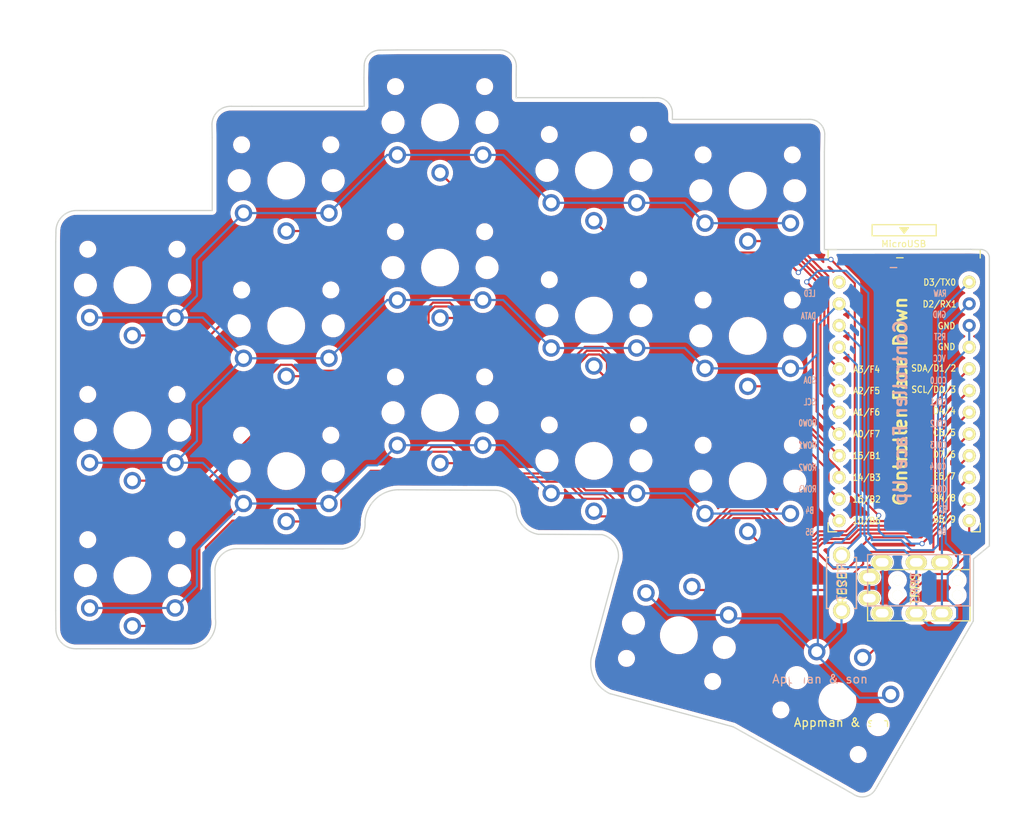
<source format=kicad_pcb>
(kicad_pcb (version 20211014) (generator pcbnew)
  (title_block (title "Ferris_Sweep_Compact") (date "2020-09-03") (rev "0.1") (company "BroomLabs"))
  (layers (0 "F.Cu" signal) (31 "B.Cu" signal) (34 "B.Paste" user) (35 "F.Paste" user) (36 "B.SilkS" user "B.Silkscreen") (37 "F.SilkS" user "F.Silkscreen") (38 "B.Mask" user) (39 "F.Mask" user) (44 "Edge.Cuts" user))
  (net 0 "")
  (net 1 "row0")
  (net 2 "row1")
  (net 3 "row2")
  (net 4 "row3")
  (net 5 "GND")
  (net 6 "VCC")
  (net 7 "col0")
  (net 8 "col1")
  (net 9 "col2")
  (net 10 "col3")
  (net 11 "col4")
  (net 12 "col5")
  (net 13 "LED")
  (net 14 "data")
  (net 15 "reset")
  (net 16 "SCL")
  (net 17 "SDA")
  (net 18 "Net-(U1-Pad24)")
  (net 19 "Net-(J1-PadA)")
  (net 20 "Net-(U1-Pad14)")
  (net 21 "Net-(U1-Pad13)")
  (net 22 "Net-(U1-Pad12)")
  (net 23 "Net-(U1-Pad11)")
  (footprint "Kailh:SW_PG1350_reversible_b2" (layer "F.Cu") (at 44 42.77)
    (fp_text reference "SW2" hide)
    (fp_text value "SW_PUSH" hide)
  )
  (footprint "Kailh:SW_PG1350_reversible_b2" (layer "F.Cu") (at 62 30.54)
    (fp_text reference "SW3" hide)
    (fp_text value "SW_PUSH" hide)
  )
  (footprint "Kailh:SW_PG1350_reversible_b2" (layer "F.Cu") (at 80 23.73)
    (fp_text reference "SW4" hide)
    (fp_text value "SW_PUSH" hide)
  )
  (footprint "Kailh:SW_PG1350_reversible_b2" (layer "F.Cu") (at 98 29.34)
    (fp_text reference "SW5" hide)
    (fp_text value "SW_PUSH" hide)
  )
  (footprint "Kailh:SW_PG1350_reversible_b2" (layer "F.Cu") (at 116 31.72)
    (fp_text reference "SW6" hide)
    (fp_text value "SW_PUSH" hide)
  )
  (footprint "Kailh:SW_PG1350_reversible_b2" (layer "F.Cu") (at 44 59.77)
    (fp_text reference "SW8" hide)
    (fp_text value "SW_PUSH" hide)
  )
  (footprint "Kailh:SW_PG1350_reversible_b2" (layer "F.Cu") (at 62 47.54)
    (fp_text reference "SW9" hide)
    (fp_text value "SW_PUSH" hide)
  )
  (footprint "Kailh:SW_PG1350_reversible_b2" (layer "F.Cu") (at 80 40.72)
    (fp_text reference "SW10" hide)
    (fp_text value "SW_PUSH" hide)
  )
  (footprint "Kailh:SW_PG1350_reversible_b2" (layer "F.Cu") (at 98 46.34)
    (fp_text reference "SW11" hide)
    (fp_text value "SW_PUSH" hide)
  )
  (footprint "Kailh:SW_PG1350_reversible_b2" (layer "F.Cu") (at 116 48.72)
    (fp_text reference "SW12" hide)
    (fp_text value "SW_PUSH" hide)
  )
  (footprint "Kailh:SW_PG1350_reversible_b2" (layer "F.Cu") (at 44 76.775)
    (fp_text reference "SW14" hide)
    (fp_text value "SW_PUSH" hide)
  )
  (footprint "Kailh:SW_PG1350_reversible_b2" (layer "F.Cu") (at 62 64.545)
    (fp_text reference "SW15" hide)
    (fp_text value "SW_PUSH" hide)
  )
  (footprint "Kailh:SW_PG1350_reversible_b2" (layer "F.Cu") (at 80 57.72)
    (fp_text reference "SW16" hide)
    (fp_text value "SW_PUSH" hide)
  )
  (footprint "Kailh:SW_PG1350_reversible_b2" (layer "F.Cu") (at 98 63.345)
    (fp_text reference "SW17" hide)
    (fp_text value "SW_PUSH" hide)
  )
  (footprint "Kailh:SW_PG1350_reversible_b2" (layer "F.Cu") (at 116 65.72)
    (fp_text reference "SW18" hide)
    (fp_text value "SW_PUSH" hide)
  )
  (footprint "kbd:ProMicro_v3" (layer "F.Cu") (at 134.3 56.9)
    (fp_text reference "U1" hide)
    (fp_text value "ProMicro" hide)
  )
  (footprint "foostan:ResetSW" (layer "F.Cu") (at 126.97 77.64 90)
    (fp_text reference "RSW1" hide)
    (fp_text value "Val**")
  )
  (footprint "kbd:MJ-4PP-9" (layer "F.Cu") (at 142.02 79.08 -90)
    (fp_text reference "J1")
    (fp_text value "MJ-4PP-9" hide)
  )
  (footprint "Kailh:SW_PG1350_reversible_b2" (layer "B.Cu") (at 107.94 83.77 -15)
    (fp_text reference "SW20" hide)
    (fp_text value "SW_PUSH" hide)
  )
  (footprint "Kailh:SW_PG1350_reversible_b2" (layer "B.Cu") (at 126.5 91.48 -30)
    (fp_text reference "SW21" hide)
    (fp_text value "SW_PUSH" hide)
  )
  (gr_line (start 35.0266 37.6936) (end 35.0266 80.899) (layer "Edge.Cuts") (width 0.15))
  (gr_line (start 131.445 100.9396) (end 130.933006 101.824182) (layer "Edge.Cuts") (width 0.15))
  (gr_line (start 128.5494 102.489) (end 127 101.6) (layer "Edge.Cuts") (width 0.15))
  (gr_line (start 144.272 40.4368) (end 144.272 39.4716) (layer "Edge.Cuts") (width 0.15))
  (gr_line (start 142.0368 38.5826) (end 143.165039 38.600668) (layer "Edge.Cuts") (width 0.15))
  (gr_line (start 107.188 23.368) (end 107.187471 22.650483) (layer "Edge.Cuts") (width 0.15))
  (gr_line (start 103.7336 20.828) (end 105.2068 20.828) (layer "Edge.Cuts") (width 0.15))
  (gr_line (start 88.9 18.1864) (end 88.922598 17.169656) (layer "Edge.Cuts") (width 0.15))
  (gr_line (start 85.1408 15.24) (end 87.0458 15.24) (layer "Edge.Cuts") (width 0.15))
  (gr_line (start 72.9742 15.2654) (end 75.0062 15.24) (layer "Edge.Cuts") (width 0.15))
  (gr_line (start 71.120493 17.044786) (end 71.0946 18.4912) (layer "Edge.Cuts") (width 0.15))
  (gr_line (start 53.34 25.527) (end 53.312529 23.918251) (layer "Edge.Cuts") (width 0.15))
  (gr_line (start 55.6006 21.844) (end 57.9628 21.844) (layer "Edge.Cuts") (width 0.15))
  (gr_line (start 37.5158 34.036) (end 38.862 34.036) (layer "Edge.Cuts") (width 0.15))
  (gr_line (start 37.469376 85.342826) (end 39.0652 85.344) (layer "Edge.Cuts") (width 0.15))
  (gr_line (start 35.0266 80.899) (end 35.052 82.9564) (layer "Edge.Cuts") (width 0.15))
  (gr_line (start 35.0266 37.6936) (end 35.054813 36.594183) (layer "Edge.Cuts") (width 0.15))
  (gr_line (start 142.4178 74.8284) (end 144.272 73.3044) (layer "Edge.Cuts") (width 0.15))
  (gr_line (start 142.4178 74.8284) (end 142.3924 82.0928) (layer "Edge.Cuts") (width 0.15))
  (gr_line (start 125.005479 25.086368) (end 124.968 27.2034) (layer "Edge.Cuts") (width 0.15))
  (gr_line (start 123.1646 23.368) (end 122.1486 23.368) (layer "Edge.Cuts") (width 0.15))
  (gr_arc (start 71.215279 70.506884) (mid 72.429419 67.837624) (end 75.145268 66.731616) (layer "Edge.Cuts") (width 0.15))
  (gr_line (start 97.684337 86.428421) (end 100.663626 75.478094) (layer "Edge.Cuts") (width 0.15))
  (gr_line (start 122.1486 23.368) (end 107.188 23.368) (layer "Edge.Cuts") (width 0.15))
  (gr_line (start 85.1408 15.24) (end 75.0062 15.24) (layer "Edge.Cuts") (width 0.15))
  (gr_line (start 103.7336 20.828) (end 88.9 20.828) (layer "Edge.Cuts") (width 0.15))
  (gr_arc (start 143.165039 38.600668) (mid 143.89126 38.81658) (end 144.272 39.4716) (layer "Edge.Cuts") (width 0.15))
  (gr_arc (start 123.1646 23.368) (mid 124.444144 23.842478) (end 125.005479 25.086368) (layer "Edge.Cuts") (width 0.15))
  (gr_line (start 144.272 73.3044) (end 144.272 40.4368) (layer "Edge.Cuts") (width 0.15))
  (gr_arc (start 91.463521 71.943253) (mid 89.782455 71.052702) (end 88.927711 69.352067) (layer "Edge.Cuts") (width 0.15))
  (gr_line (start 142.0368 38.5826) (end 124.968 38.608) (layer "Edge.Cuts") (width 0.15))
  (gr_line (start 71.0946 18.4912) (end 71.12 21.844) (layer "Edge.Cuts") (width 0.15))
  (gr_line (start 86.48628 66.797685) (end 75.145268 66.731616) (layer "Edge.Cuts") (width 0.15))
  (gr_arc (start 130.933006 101.824182) (mid 129.872915 102.628824) (end 128.5494 102.489) (layer "Edge.Cuts") (width 0.15))
  (gr_arc (start 37.469376 85.342826) (mid 35.738675 84.678396) (end 35.052 82.9564) (layer "Edge.Cuts") (width 0.15))
  (gr_arc (start 99.864642 90.6) (mid 98.067039 88.885875) (end 97.684337 86.428421) (layer "Edge.Cuts") (width 0.15))
  (gr_arc (start 53.664551 76.172621) (mid 54.4085 74.37657) (end 56.204551 73.632621) (layer "Edge.Cuts") (width 0.15))
  (gr_line (start 71.12 21.844) (end 57.9628 21.844) (layer "Edge.Cuts") (width 0.15))
  (gr_arc (start 105.2068 20.828) (mid 106.59697 21.304702) (end 107.187471 22.650483) (layer "Edge.Cuts") (width 0.15))
  (gr_arc (start 71.120493 17.044786) (mid 71.682241 15.774738) (end 72.9742 15.2654) (layer "Edge.Cuts") (width 0.15))
  (gr_arc (start 98.958634 71.982912) (mid 100.61445 73.338633) (end 100.663626 75.478094) (layer "Edge.Cuts") (width 0.15))
  (gr_line (start 53.664551 76.172621) (end 53.717521 81.849374) (layer "Edge.Cuts") (width 0.15))
  (gr_arc (start 71.215279 70.506884) (mid 70.539891 72.620216) (end 68.58 73.66) (layer "Edge.Cuts") (width 0.15))
  (gr_line (start 124.968 38.608) (end 124.968 27.2034) (layer "Edge.Cuts") (width 0.15))
  (gr_arc (start 87.0458 15.24) (mid 88.376019 15.823741) (end 88.922598 17.169656) (layer "Edge.Cuts") (width 0.15))
  (gr_line (start 53.34 34.036) (end 38.862 34.036) (layer "Edge.Cuts") (width 0.15))
  (gr_arc (start 53.717521 81.849374) (mid 52.965536 84.323293) (end 50.595816 85.357791) (layer "Edge.Cuts") (width 0.15))
  (gr_line (start 68.58 73.66) (end 56.204551 73.632621) (layer "Edge.Cuts") (width 0.15))
  (gr_line (start 53.34 25.527) (end 53.34 34.036) (layer "Edge.Cuts") (width 0.15))
  (gr_line (start 131.445 100.9396) (end 142.3924 82.0928) (layer "Edge.Cuts") (width 0.15))
  (gr_line (start 114.3 94.488) (end 127 101.6) (layer "Edge.Cuts") (width 0.15))
  (gr_arc (start 86.48628 66.797685) (mid 88.221075 67.583528) (end 88.927711 69.352067) (layer "Edge.Cuts") (width 0.15))
  (gr_line (start 88.9 20.828) (end 88.9 18.1864) (layer "Edge.Cuts") (width 0.15))
  (gr_line (start 39.0652 85.344) (end 50.595816 85.357791) (layer "Edge.Cuts") (width 0.15))
  (gr_arc (start 53.312529 23.918251) (mid 54.021019 22.400683) (end 55.6006 21.844) (layer "Edge.Cuts") (width 0.15))
  (gr_arc (start 35.054813 36.594183) (mid 35.733037 34.783805) (end 37.5158 34.036) (layer "Edge.Cuts") (width 0.15))
  (gr_line (start 99.864642 90.6) (end 114.3 94.488) (layer "Edge.Cuts") (width 0.15))
  (gr_line (start 98.958634 71.982912) (end 91.463521 71.943253) (layer "Edge.Cuts") (width 0.15))
  (gr_text "Controller Face Up" (at 133.858 57.658 90) (layer "B.SilkS") (effects (font (size 1.5 1.5) (thickness 0.3)) (justify mirror)))
  (gr_text "Appman & son" (at 124.46 88.9) (layer "B.SilkS") (effects (font (size 1 1))))
  (gr_text "Appman & son" (at 127 93.98) (layer "F.SilkS") (effects (font (size 1 1))))
  (gr_text "Controller Face Down" (at 133.858 56.388 90) (layer "F.SilkS") (effects (font (size 1.5 1.5) (thickness 0.3))))
  (segment (start 138.599982 60.973418) (end 141.9114 57.662) (width 0.25) (layer "F.Cu") (net 1))
  (segment (start 99.034703 67.788681) (end 101.475011 70.228989) (width 0.25) (layer "F.Cu") (net 1))
  (segment (start 138.599982 68.536429) (end 138.599982 60.973418) (width 0.25) (layer "F.Cu") (net 1))
  (segment (start 114.1648 69.612702) (end 117.57827 69.612702) (width 0.25) (layer "F.Cu") (net 1))
  (segment (start 121.01559 73.050022) (end 124.013567 73.050022) (width 0.25) (layer "F.Cu") (net 1))
  (segment (start 94.73918 65.786) (end 96.741861 67.788681) (width 0.25) (layer "F.Cu") (net 1))
  (segment (start 135.7364 71.400011) (end 138.599982 68.536429) (width 0.25) (layer "F.Cu") (net 1))
  (segment (start 96.741861 67.788681) (end 99.034703 67.788681) (width 0.25) (layer "F.Cu") (net 1))
  (segment (start 108.987233 72.133987) (end 111.643515 72.133987) (width 0.25) (layer "F.Cu") (net 1))
  (segment (start 117.57827 69.612702) (end 121.01559 73.050022) (width 0.25) (layer "F.Cu") (net 1))
  (segment (start 83.483981 65.360019) (end 83.909962 65.786) (width 0.25) (layer "F.Cu") (net 1))
  (segment (start 107.082235 70.228989) (end 108.987233 72.133987) (width 0.25) (layer "F.Cu") (net 1))
  (segment (start 111.643515 72.133987) (end 114.1648 69.612702) (width 0.25) (layer "F.Cu") (net 1))
  (segment (start 81.90518 63.62) (end 83.48398 65.1988) (width 0.25) (layer "F.Cu") (net 1))
  (segment (start 124.563589 72.5) (end 127.86359 72.5) (width 0.25) (layer "F.Cu") (net 1))
  (segment (start 80 63.62) (end 81.90518 63.62) (width 0.25) (layer "F.Cu") (net 1))
  (segment (start 128.963579 71.400011) (end 135.7364 71.400011) (width 0.25) (layer "F.Cu") (net 1))
  (segment (start 124.013567 73.050022) (end 124.563589 72.5) (width 0.25) (layer "F.Cu") (net 1))
  (segment (start 101.475011 70.228989) (end 107.082235 70.228989) (width 0.25) (layer "F.Cu") (net 1))
  (segment (start 83.909962 65.786) (end 94.73918 65.786) (width 0.25) (layer "F.Cu") (net 1))
  (segment (start 83.48398 65.1988) (end 83.483981 65.360019) (width 0.25) (layer "F.Cu") (net 1))
  (segment (start 127.86359 72.5) (end 128.963579 71.400011) (width 0.25) (layer "F.Cu") (net 1))
  (segment (start 139.049992 68.927188) (end 139.049992 63.063408) (width 0.25) (layer "F.Cu") (net 2))
  (segment (start 111.961718 72.706194) (end 113.034956 71.632956) (width 0.25) (layer "F.Cu") (net 2))
  (segment (start 136.127158 71.850022) (end 139.049992 68.927188) (width 0.25) (layer "F.Cu") (net 2))
  (segment (start 101.288611 70.678999) (end 106.895835 70.678999) (width 0.25) (layer "F.Cu") (net 2))
  (segment (start 129.149979 71.850022) (end 136.127158 71.850022) (width 0.25) (layer "F.Cu") (net 2))
  (segment (start 100.459612 69.85) (end 101.288611 70.678999) (width 0.25) (layer "F.Cu") (net 2))
  (segment (start 120.829189 73.500031) (end 121.317965 73.500031) (width 0.25) (layer "F.Cu") (net 2))
  (segment (start 124.749989 72.950011) (end 128.04999 72.950011) (width 0.25) (layer "F.Cu") (net 2))
  (segment (start 98.605 69.85) (end 100.459612 69.85) (width 0.25) (layer "F.Cu") (net 2))
  (segment (start 114.3512 70.062712) (end 117.39187 70.062712) (width 0.25) (layer "F.Cu") (net 2))
  (segment (start 121.317967 73.500033) (end 124.199967 73.500033) (width 0.25) (layer "F.Cu") (net 2))
  (segment (start 121.317965 73.500031) (end 121.317967 73.500033) (width 0.25) (layer "F.Cu") (net 2))
  (segment (start 117.39187 70.062712) (end 120.829189 73.500031) (width 0.25) (layer "F.Cu") (net 2))
  (segment (start 106.895835 70.678999) (end 108.92303 72.706194) (width 0.25) (layer "F.Cu") (net 2))
  (segment (start 139.049992 63.063408) (end 141.9114 60.202) (width 0.25) (layer "F.Cu") (net 2))
  (segment (start 113.034956 71.632956) (end 113.034956 71.378956) (width 0.25) (layer "F.Cu") (net 2))
  (segment (start 124.199967 73.500033) (end 124.749989 72.950011) (width 0.25) (layer "F.Cu") (net 2))
  (segment (start 113.034956 71.378956) (end 114.3512 70.062712) (width 0.25) (layer "F.Cu") (net 2))
  (segment (start 128.04999 72.950011) (end 129.149979 71.850022) (width 0.25) (layer "F.Cu") (net 2))
  (segment (start 108.92303 72.706194) (end 111.961718 72.706194) (width 0.25) (layer "F.Cu") (net 2))
  (segment (start 98.605 69.85) (end 98 69.245) (width 0.25) (layer "F.Cu") (net 2))
  (segment (start 124.072819 73.999999) (end 126.022817 75.949997) (width 0.25) (layer "F.Cu") (net 3))
  (segment (start 116 71.62) (end 118.379999 73.999999) (width 0.25) (layer "F.Cu") (net 3))
  (segment (start 126.022817 75.949997) (end 127.699999 75.949997) (width 0.25) (layer "F.Cu") (net 3))
  (segment (start 128.599987 75.050011) (end 128.599987 74.063602) (width 0.25) (layer "F.Cu") (net 3))
  (segment (start 139.500003 69.113587) (end 139.500003 65.153397) (width 0.25) (layer "F.Cu") (net 3))
  (segment (start 136.313557 72.300033) (end 139.500003 69.113587) (width 0.25) (layer "F.Cu") (net 3))
  (segment (start 127.699999 75.949997) (end 128.599987 75.050011) (width 0.25) (layer "F.Cu") (net 3))
  (segment (start 130.363556 72.300033) (end 136.313557 72.300033) (width 0.25) (layer "F.Cu") (net 3))
  (segment (start 118.379999 73.999999) (end 124.072819 73.999999) (width 0.25) (layer "F.Cu") (net 3))
  (segment (start 128.599987 74.063602) (end 130.363556 72.300033) (width 0.25) (layer "F.Cu") (net 3))
  (segment (start 139.500003 65.153397) (end 141.9114 62.742) (width 0.25) (layer "F.Cu") (net 3))
  (segment (start 125.73 39.77) (end 128.524 42.564) (width 0.25) (layer "F.Cu") (net 4))
  (segment (start 67.946401 36.890009) (end 70.8864 33.95001) (width 0.25) (layer "F.Cu") (net 4))
  (segment (start 108.37318 38.246) (end 109.93959 39.81241) (width 0.25) (layer "F.Cu") (net 4))
  (segment (start 88.50602 32.88002) (end 90.17 34.544) (width 0.25) (layer "F.Cu") (net 4))
  (segment (start 139.950014 67.243386) (end 139.950014 69.299987) (width 0.25) (layer "F.Cu") (net 4))
  (segment (start 90.17 34.544) (end 90.17118 34.544) (width 0.25) (layer "F.Cu") (net 4))
  (segment (start 109.93959 39.81241) (end 113.198498 39.81241) (width 0.25) (layer "F.Cu") (net 4))
  (segment (start 80.686401 33.950009) (end 81.75639 32.88002) (width 0.25) (layer "F.Cu") (net 4))
  (segment (start 141.9114 65.282) (end 139.950014 67.243386) (width 0.25) (layer "F.Cu") (net 4))
  (segment (start 90.54999 35.722808) (end 93.01721 38.19003) (width 0.25) (layer "F.Cu") (net 4))
  (segment (start 113.528045 40.141955) (end 113.697117 40.311029) (width 0.25) (layer "F.Cu") (net 4))
  (segment (start 128.524 66.948) (end 131.318 69.742) (width 0.25) (layer "F.Cu") (net 4))
  (segment (start 120.58403 39.95803) (end 121.92 41.294) (width 0.25) (layer "F.Cu") (net 4))
  (segment (start 90.54999 34.92281) (end 90.54999 35.722808) (width 0.25) (layer "F.Cu") (net 4))
  (segment (start 93.01721 38.19003) (end 101.90603 38.19003) (width 0.25) (layer "F.Cu") (net 4))
  (segment (start 137.27199 72.17001) (end 137.27199 71.97801) (width 0.25) (layer "F.Cu") (net 4))
  (segment (start 137.27199 71.97801) (end 139.950014 69.299986) (width 0.25) (layer "F.Cu") (net 4))
  (segment (start 64.85599 36.89001) (end 67.946401 36.890009) (width 0.25) (layer "F.Cu") (net 4))
  (segment (start 44 48.67) (end 53.076 48.67) (width 0.25) (layer "F.Cu") (net 4))
  (segment (start 113.697117 40.311029) (end 117.554202 40.311028) (width 0.25) (layer "F.Cu") (net 4))
  (segment (start 117.9072 39.95803) (end 120.58403 39.95803) (width 0.25) (layer "F.Cu") (net 4))
  (segment (start 117.554202 40.311028) (end 117.9072 39.95803) (width 0.25) (layer "F.Cu") (net 4))
  (segment (start 70.8864 33.95001) (end 80.686401 33.950009) (width 0.25) (layer "F.Cu") (net 4))
  (segment (start 128.524 42.564) (end 128.524 66.948) (width 0.25) (layer "F.Cu") (net 4))
  (segment (start 136.398 73.044) (end 137.27199 72.17001) (width 0.25) (layer "F.Cu") (net 4))
  (segment (start 113.198498 39.81241) (end 113.528045 40.141955) (width 0.25) (layer "F.Cu") (net 4))
  (segment (start 101.90603 38.19003) (end 101.962 38.246) (width 0.25) (layer "F.Cu") (net 4))
  (segment (start 101.962 38.246) (end 108.37318 38.246) (width 0.25) (layer "F.Cu") (net 4))
  (segment (start 90.17118 34.544) (end 90.54999 34.92281) (width 0.25) (layer "F.Cu") (net 4))
  (segment (start 81.75639 32.88002) (end 88.50602 32.88002) (width 0.25) (layer "F.Cu") (net 4))
  (segment (start 53.076 48.67) (end 64.85599 36.89001) (width 0.25) (layer "F.Cu") (net 4))
  (via (at 136.398 73.044) (size 0.6) (drill 0.4) (layers "F.Cu" "B.Cu") (net 4))
  (via (at 125.73 39.77) (size 0.6) (drill 0.4) (layers "F.Cu" "B.Cu") (net 4))
  (via (at 121.92 41.294) (size 0.6) (drill 0.4) (layers "F.Cu" "B.Cu") (net 4))
  (via (at 131.318 69.742) (size 0.6) (drill 0.4) (layers "F.Cu" "B.Cu") (net 4))
  (segment (start 131.318 69.742) (end 131.318 71.52) (width 0.25) (layer "B.Cu") (net 4))
  (segment (start 131.318 71.52) (end 131.97199 72.17399) (width 0.25) (layer "B.Cu") (net 4))
  (segment (start 123.444 39.77) (end 125.73 39.77) (width 0.25) (layer "B.Cu") (net 4))
  (segment (start 131.97199 72.17399) (end 134.25799 72.17399) (width 0.25) (layer "B.Cu") (net 4))
  (segment (start 134.25799 72.17399) (end 135.128 73.044) (width 0.25) (layer "B.Cu") (net 4))
  (segment (start 123.444 39.77) (end 121.92 41.294) (width 0.25) (layer "B.Cu") (net 4))
  (segment (start 135.128 73.044) (end 136.398 73.044) (width 0.25) (layer "B.Cu") (net 4))
  (segment (start 57 51.345) (end 51.55 56.795) (width 0.25) (layer "B.Cu") (net 5))
  (segment (start 51.55 61.025) (end 49 63.575) (width 0.25) (layer "B.Cu") (net 5))
  (segment (start 51.55 56.795) (end 51.55 61.025) (width 0.25) (layer "B.Cu") (net 5))
  (segment (start 57 34.345) (end 51.55 39.795) (width 0.25) (layer "B.Cu") (net 5))
  (segment (start 51.55 39.795) (end 51.55 44.025) (width 0.25) (layer "B.Cu") (net 5))
  (segment (start 51.55 44.025) (end 49 46.575) (width 0.25) (layer "B.Cu") (net 5))
  (segment (start 135.72 81.18) (end 135.72 75.23) (width 0.25) (layer "B.Cu") (net 5))
  (segment (start 124.069873 86.089103) (end 126.97 83.188976) (width 0.25) (layer "B.Cu") (net 5))
  (segment (start 85 44.52) (end 87.38 44.52) (width 0.25) (layer "B.Cu") (net 5))
  (segment (start 72.65 63.87) (end 75 61.52) (width 0.25) (layer "B.Cu") (net 5))
  (segment (start 111 35.52) (end 121 35.52) (width 0.25) (layer "B.Cu") (net 5))
  (segment (start 75 44.52) (end 85 44.52) (width 0.25) (layer "B.Cu") (net 5))
  (segment (start 57 68.345) (end 67 68.345) (width 0.25) (layer "B.Cu") (net 5))
  (segment (start 111 69.52) (end 121 69.52) (width 0.25) (layer "B.Cu") (net 5))
  (segment (start 93 33.14) (end 103 33.14) (width 0.25) (layer "B.Cu") (net 5))
  (segment (start 93 50.14) (end 103 50.14) (width 0.25) (layer "B.Cu") (net 5))
  (segment (start 67 51.34) (end 73.82 44.52) (width 0.25) (layer "B.Cu") (net 5))
  (segment (start 139.4 76.8) (end 139.4 79.5) (width 0.25) (layer "B.Cu") (net 5))
  (segment (start 87.38 44.52) (end 93 50.14) (width 0.25) (layer "B.Cu") (net 5))
  (segment (start 71.475 63.87) (end 67 68.345) (width 0.25) (layer "B.Cu") (net 5))
  (segment (start 126.6914 44.962) (end 124.2 47.4534) (width 0.25) (layer "B.Cu") (net 5))
  (segment (start 67 34.34) (end 73.81 27.53) (width 0.25) (layer "B.Cu") (net 5))
  (segment (start 51.55 73.795) (end 51.55 78.025) (width 0.25) (layer "B.Cu") (net 5))
  (segment (start 139.17001 72.97001) (end 140.6 74.4) (width 0.25) (layer "B.Cu") (net 5))
  (segment (start 87.39 27.53) (end 93 33.14) (width 0.25) (layer "B.Cu") (net 5))
  (segment (start 119.774347 81.793577) (end 124.069873 86.089103) (width 0.25) (layer "B.Cu") (net 5))
  (segment (start 49 63.57) (end 52.225 63.57) (width 0.25) (layer "B.Cu") (net 5))
  (segment (start 139.2 52.7534) (end 139.2 58.4) (width 0.25) (layer "B.Cu") (net 5))
  (segment (start 106.682073 81.393577) (end 113.753142 81.393577) (width 0.25) (layer "B.Cu") (net 5))
  (segment (start 124.069873 86.089103) (end 129.069873 91.089103) (width 0.25) (layer "B.Cu") (net 5))
  (segment (start 124.2 47.4534) (end 124.2 50.806) (width 0.25) (layer "B.Cu") (net 5))
  (segment (start 73.82 44.52) (end 75 44.52) (width 0.25) (layer "B.Cu") (net 5))
  (segment (start 124.2 50.806) (end 124.2 85.958976) (width 0.25) (layer "B.Cu") (net 5))
  (segment (start 122.486 52.52) (end 124.2 50.806) (width 0.25) (layer "B.Cu") (net 5))
  (segment (start 137.14 82.6) (end 135.72 81.18) (width 0.25) (layer "B.Cu") (net 5))
  (segment (start 73.81 27.53) (end 75 27.53) (width 0.25) (layer "B.Cu") (net 5))
  (segment (start 140.6 74.4) (end 140.6 75.6) (width 0.25) (layer "B.Cu") (net 5))
  (segment (start 111 52.52) (end 121 52.52) (width 0.25) (layer "B.Cu") (net 5))
  (segment (start 131.064 73.806) (end 134.296 73.806) (width 0.25) (layer "B.Cu") (net 5))
  (segment (start 39 63.57) (end 49 63.57) (width 0.25) (layer "B.Cu") (net 5))
  (segment (start 129.069873 91.089103) (end 132.730127 91.089103) (width 0.25) (layer "B.Cu") (net 5))
  (segment (start 140.6 75.6) (end 139.4 76.8) (width 0.25) (layer "B.Cu") (net 5))
  (segment (start 129.65001 72.05001) (end 129.838 72.238) (width 0.25) (layer "B.Cu") (net 5))
  (segment (start 108.625 67.145) (end 111 69.52) (width 0.25) (layer "B.Cu") (net 5))
  (segment (start 129.838 72.58) (end 131.064 73.806) (width 0.25) (layer "B.Cu") (net 5))
  (segment (start 57 34.34) (end 67 34.34) (width 0.25) (layer "B.Cu") (net 5))
  (segment (start 93 67.145) (end 103 67.145) (width 0.25) (layer "B.Cu") (net 5))
  (segment (start 141.9114 47.502) (end 141.9114 50.042) (width 0.25) (layer "B.Cu") (net 5))
  (segment (start 126.97 80.89) (end 126.97 83.188976) (width 0.25) (layer "B.Cu") (net 5))
  (segment (start 113.753142 81.793577) (end 119.774347 81.793577) (width 0.25) (layer "B.Cu") (net 5))
  (segment (start 85 61.52) (end 87.375 61.52) (width 0.25) (layer "B.Cu") (net 5))
  (segment (start 57 51.34) (end 67 51.34) (width 0.25) (layer "B.Cu") (net 5))
  (segment (start 126.6914 44.962) (end 129.65001 47.92061) (width 0.25) (layer "B.Cu") (net 5))
  (segment (start 103 33.14) (end 108.62 33.14) (width 0.25) (layer "B.Cu") (net 5))
  (segment (start 129.65001 47.92061) (end 129.65001 72.05001) (width 0.25) (layer "B.Cu") (net 5))
  (segment (start 103 50.14) (end 108.62 50.14) (width 0.25) (layer "B.Cu") (net 5))
  (segment (start 108.62 50.14) (end 111 52.52) (width 0.25) (layer "B.Cu") (net 5))
  (segment (start 139.2 58.4) (end 139.17001 58.42999) (width 0.25) (layer "B.Cu") (net 5))
  (segment (start 139.17001 58.42999) (end 139.17001 72.97001) (width 0.25) (layer "B.Cu") (net 5))
  (segment (start 39 46.57) (end 49 46.57) (width 0.25) (layer "B.Cu") (net 5))
  (segment (start 52.225 63.57) (end 57 68.345) (width 0.25) (layer "B.Cu") (net 5))
  (segment (start 103 67.145) (end 108.625 67.145) (width 0.25) (layer "B.Cu") (net 5))
  (segment (start 139.6 82.6) (end 137.14 82.6) (width 0.25) (layer "B.Cu") (net 5))
  (segment (start 134.296 73.806) (end 135.72 75.23) (width 0.25) (layer "B.Cu") (net 5))
  (segment (start 121 52.52) (end 122.486 52.52) (width 0.25) (layer "B.Cu") (net 5))
  (segment (start 87.375 61.52) (end 93 67.145) (width 0.25) (layer "B.Cu") (net 5))
  (segment (start 104.093883 78.805387) (end 106.682073 81.393577) (width 0.25) (layer "B.Cu") (net 5))
  (segment (start 49 46.57) (end 52.23 46.57) (width 0.25) (layer "B.Cu") (net 5))
  (segment (start 75 61.52) (end 85 61.52) (width 0.25) (layer "B.Cu") (net 5))
  (segment (start 75 27.53) (end 85 27.53) (width 0.25) (layer "B.Cu") (net 5))
  (segment (start 140.5 80.6) (end 140.5 81.7) (width 0.25) (layer "B.Cu") (net 5))
  (segment (start 139.4 79.5) (end 140.5 80.6) (width 0.25) (layer "B.Cu") (net 5))
  (segment (start 51.55 78.025) (end 49 80.575) (width 0.25) (layer "B.Cu") (net 5))
  (segment (start 141.9114 50.042) (end 139.2 52.7534) (width 0.25) (layer "B.Cu") (net 5))
  (segment (start 108.62 33.14) (end 111 35.52) (width 0.25) (layer "B.Cu") (net 5))
  (segment (start 85 27.53) (end 87.39 27.53) (width 0.25) (layer "B.Cu") (net 5))
  (segment (start 140.5 81.7) (end 139.6 82.6) (width 0.25) (layer "B.Cu") (net 5))
  (segment (start 52.23 46.57) (end 57 51.34) (width 0.25) (layer "B.Cu") (net 5))
  (segment (start 57 68.345) (end 51.55 73.795) (width 0.25) (layer "B.Cu") (net 5))
  (segment (start 129.838 72.238) (end 129.838 72.58) (width 0.25) (layer "B.Cu") (net 5))
  (segment (start 71.475 63.87) (end 72.65 63.87) (width 0.25) (layer "B.Cu") (net 5))
  (segment (start 39 80.575) (end 49 80.575) (width 0.25) (layer "B.Cu") (net 5))
  (segment (start 131.72 75.23) (end 131.15 75.8) (width 0.25) (layer "B.Cu") (net 6))
  (segment (start 131.79501 75.30501) (end 131.79501 81.10499) (width 0.25) (layer "B.Cu") (net 6))
  (segment (start 126 75.8) (end 125.4 75.2) (width 0.25) (layer "B.Cu") (net 6))
  (segment (start 131.15 75.8) (end 126 75.8) (width 0.25) (layer "B.Cu") (net 6))
  (segment (start 126.2 72.9) (end 127 72.9) (width 0.25) (layer "B.Cu") (net 6))
  (segment (start 131.72 75.23) (end 131.79501 75.30501) (width 0.25) (layer "B.Cu") (net 6))
  (segment (start 125.4 75.2) (end 125.4 73.7) (width 0.25) (layer "B.Cu") (net 6))
  (segment (start 125.4 73.7) (end 126.2 72.9) (width 0.25) (layer "B.Cu") (net 6))
  (segment (start 128.74999 71.15001) (end 128.74999 52.10059) (width 0.25) (layer "B.Cu") (net 6))
  (segment (start 128.74999 52.10059) (end 126.6914 50.042) (width 0.25) (layer "B.Cu") (net 6))
  (segment (start 127 72.9) (end 128.74999 71.15001) (width 0.25) (layer "B.Cu") (net 6))
  (segment (start 131.79501 81.10499) (end 131.72 81.18) (width 0.25) (layer "B.Cu") (net 6))
  (segment (start 121.32 37.62) (end 125.410874 41.710874) (width 0.25) (layer "F.Cu") (net 7))
  (segment (start 125.410874 41.710874) (end 125.410874 51.301474) (width 0.25) (layer "F.Cu") (net 7))
  (segment (start 116 37.62) (end 121.32 37.62) (width 0.25) (layer "F.Cu") (net 7))
  (segment (start 125.410874 51.301474) (end 126.6914 52.582) (width 0.25) (layer "F.Cu") (net 7))
  (segment (start 110.436409 38.399999) (end 114.254001 38.399999) (width 0.25) (layer "F.Cu") (net 8))
  (segment (start 114.254001 38.399999) (end 114.815003 38.961001) (width 0.25) (layer "F.Cu") (net 8))
  (segment (start 114.815003 38.961001) (end 116.994999 38.961001) (width 0.25) (layer "F.Cu") (net 8))
  (segment (start 116.994999 38.961001) (end 117.348 38.608) (width 0.25) (layer "F.Cu") (net 8))
  (segment (start 98 35.24) (end 99.578 36.818) (width 0.25) (layer "F.Cu") (net 8))
  (segment (start 121.608001 38.608) (end 124.960865 41.960864) (width 0.25) (layer "F.Cu") (net 8))
  (segment (start 124.960865 41.960864) (end 124.960865 53.391465) (width 0.25) (layer "F.Cu") (net 8))
  (segment (start 99.578 36.84) (end 108.87641 36.84) (width 0.25) (layer "F.Cu") (net 8))
  (segment (start 124.960865 53.391465) (end 126.6914 55.122) (width 0.25) (layer "F.Cu") (net 8))
  (segment (start 108.87641 36.84) (end 110.436409 38.399999) (width 0.25) (layer "F.Cu") (net 8))
  (segment (start 99.578 36.818) (end 99.578 36.84) (width 0.25) (layer "F.Cu") (net 8))
  (segment (start 117.348 38.608) (end 121.608001 38.608) (width 0.25) (layer "F.Cu") (net 8))
  (segment (start 82.35 31.98) (end 88.88 31.98) (width 0.25) (layer "F.Cu") (net 9))
  (segment (start 124.510854 42.147264) (end 124.510854 55.481454) (width 0.25) (layer "F.Cu") (net 9))
  (segment (start 108.69001 37.29001) (end 110.25001 38.85001) (width 0.25) (layer "F.Cu") (net 9))
  (segment (start 93.39001 37.29001) (end 108.69001 37.29001) (width 0.25) (layer "F.Cu") (net 9))
  (segment (start 88.88 31.98) (end 91.5 34.6) (width 0.25) (layer "F.Cu") (net 9))
  (segment (start 114.628603 39.411011) (end 117.1814 39.41101) (width 0.25) (layer "F.Cu") (net 9))
  (segment (start 114.067602 38.85001) (end 114.628603 39.411011) (width 0.25) (layer "F.Cu") (net 9))
  (segment (start 121.4216 39.05801) (end 124.510854 42.147264) (width 0.25) (layer "F.Cu") (net 9))
  (segment (start 110.25001 38.85001) (end 114.067602 38.85001) (width 0.25) (layer "F.Cu") (net 9))
  (segment (start 117.5344 39.05801) (end 121.4216 39.05801) (width 0.25) (layer "F.Cu") (net 9))
  (segment (start 124.510854 55.481454) (end 126.6914 57.662) (width 0.25) (layer "F.Cu") (net 9))
  (segment (start 91.5 34.6) (end 91.5 35.4) (width 0.25) (layer "F.Cu") (net 9))
  (segment (start 117.1814 39.41101) (end 117.5344 39.05801) (width 0.25) (layer "F.Cu") (net 9))
  (segment (start 80 29.63) (end 82.35 31.98) (width 0.25) (layer "F.Cu") (net 9))
  (segment (start 91.5 35.4) (end 93.39001 37.29001) (width 0.25) (layer "F.Cu") (net 9))
  (segment (start 62 36.44) (end 67.76 36.44) (width 0.25) (layer "F.Cu") (net 10))
  (segment (start 113.883517 39.861019) (end 117.367801 39.861019) (width 0.25) (layer "F.Cu") (net 10))
  (segment (start 91 35.53641) (end 93.20361 37.74002) (width 0.25) (layer "F.Cu") (net 10))
  (segment (start 81.56999 32.43001) (end 88.6936 32.43001) (width 0.25) (layer "F.Cu") (net 10))
  (segment (start 67.76 36.44) (end 70.7 33.5) (width 0.25) (layer "F.Cu") (net 10))
  (segment (start 124.060844 57.571444) (end 126.6914 60.202) (width 0.25) (layer "F.Cu") (net 10))
  (segment (start 88.6936 32.43001) (end 91 34.73641) (width 0.25) (layer "F.Cu") (net 10))
  (segment (start 124.060844 42.333664) (end 124.060844 57.571444) (width 0.25) (layer "F.Cu") (net 10))
  (segment (start 117.7208 39.50802) (end 121.2352 39.50802) (width 0.25) (layer "F.Cu") (net 10))
  (segment (start 113.322518 39.30002) (end 113.883517 39.861019) (width 0.25) (layer "F.Cu") (net 10))
  (segment (start 70.7 33.5) (end 80.5 33.5) (width 0.25) (layer "F.Cu") (net 10))
  (segment (start 110.06361 39.30002) (end 113.322518 39.30002) (width 0.25) (layer "F.Cu") (net 10))
  (segment (start 93.20361 37.74002) (end 108.50361 37.74002) (width 0.25) (layer "F.Cu") (net 10))
  (segment (start 80.5 33.5) (end 81.56999 32.43001) (width 0.25) (layer "F.Cu") (net 10))
  (segment (start 91 34.73641) (end 91 35.53641) (width 0.25) (layer "F.Cu") (net 10))
  (segment (start 121.2352 39.50802) (end 124.060844 42.333664) (width 0.25) (layer "F.Cu") (net 10))
  (segment (start 108.50361 37.74002) (end 110.06361 39.30002) (width 0.25) (layer "F.Cu") (net 10))
  (segment (start 117.367801 39.861019) (end 117.7208 39.50802) (width 0.25) (layer "F.Cu") (net 10))
  (segment (start 79.169919 44.828989) (end 81.150989 44.828989) (width 0.25) (layer "F.Cu") (net 11))
  (segment (start 44 65.67) (end 52.669046 65.67) (width 0.25) (layer "F.Cu") (net 11))
  (segment (start 61.356319 52.098999) (end 62.643681 52.098999) (width 0.25) (layer "F.Cu") (net 11))
  (segment (start 52.669046 65.67) (end 60.1 58.239046) (width 0.25) (layer "F.Cu") (net 11))
  (segment (start 60.1 58.239046) (end 60.1 53.355318) (width 0.25) (layer "F.Cu") (net 11))
  (segment (start 72.425681 52.796319) (end 78.208989 47.013011) (width 0.25) (layer "F.Cu") (net 11))
  (segment (start 105.918 57.912) (end 121.8614 57.912) (width 0.25) (layer "F.Cu") (net 11))
  (segment (start 96.932979 49.998981) (end 99.016483 49.998981) (width 0.25) (layer "F.Cu") (net 11))
  (segment (start 99.016483 49.998981) (end 100.500018 51.482516) (width 0.25) (layer "F.Cu") (net 11))
  (segment (start 63.341001 52.796319) (end 72.425681 52.796319) (width 0.25) (layer "F.Cu") (net 11))
  (segment (start 89.72198 53.39998) (end 93.53198 53.39998) (width 0.25) (layer "F.Cu") (net 11))
  (segment (start 60.1 53.355318) (end 61.356319 52.098999) (width 0.25) (layer "F.Cu") (net 11))
  (segment (start 93.53198 53.39998) (end 96.932979 49.998981) (width 0.25) (layer "F.Cu") (net 11))
  (segment (start 81.150989 44.828989) (end 89.72198 53.39998) (width 0.25) (layer "F.Cu") (net 11))
  (segment (start 102.191982 54.185982) (end 105.918 57.912) (width 0.25) (layer "F.Cu") (net 11))
  (segment (start 78.208989 45.789919) (end 79.169919 44.828989) (width 0.25) (layer "F.Cu") (net 11))
  (segment (start 62.643681 52.098999) (end 63.341001 52.796319) (width 0.25) (layer "F.Cu") (net 11))
  (segment (start 100.500018 51.482516) (end 100.500018 54.185982) (width 0.25) (layer "F.Cu") (net 11))
  (segment (start 121.8614 57.912) (end 126.6914 62.742) (width 0.25) (layer "F.Cu") (net 11))
  (segment (start 78.208989 47.013011) (end 78.208989 45.789919) (width 0.25) (layer "F.Cu") (net 11))
  (segment (start 100.500018 54.185982) (end 102.191982 54.185982) (width 0.25) (layer "F.Cu") (net 11))
  (segment (start 94.195062 53.382918) (end 94.23599 53.382918) (width 0.25) (layer "F.Cu") (net 12))
  (segment (start 121.73299 58.42) (end 125.404319 62.091329) (width 0.25) (layer "F.Cu") (net 12))
  (segment (start 100.313618 54.635992) (end 102.005582 54.635992) (width 0.25) (layer "F.Cu") (net 12))
  (segment (start 100.294816 54.61719) (end 100.313618 54.635992) (width 0.25) (layer "F.Cu") (net 12))
  (segment (start 62 53.44) (end 72.41841 53.44) (width 0.25) (layer "F.Cu") (net 12))
  (segment (start 93.72799 53.84999) (end 94.195062 53.382918) (width 0.25) (layer "F.Cu") (net 12))
  (segment (start 125.404319 62.091329) (end 125.404319 63.063681) (width 0.25) (layer "F.Cu") (net 12))
  (segment (start 125.404319 63.063681) (end 126.6914 64.350762) (width 0.25) (layer "F.Cu") (net 12))
  (segment (start 100.05001 51.668918) (end 100.05001 54.61719) (width 0.25) (layer "F.Cu") (net 12))
  (segment (start 80.964589 45.278999) (end 89.53558 53.84999) (width 0.25) (layer "F.Cu") (net 12))
  (segment (start 94.23599 53.382918) (end 97.169919 50.448989) (width 0.25) (layer "F.Cu") (net 12))
  (segment (start 102.005582 54.635992) (end 105.78959 58.42) (width 0.25) (layer "F.Cu") (net 12))
  (segment (start 97.169919 50.448989) (end 98.830082 50.44899) (width 0.25) (layer "F.Cu") (net 12))
  (segment (start 89.53558 53.84999) (end 93.72799 53.84999) (width 0.25) (layer "F.Cu") (net 12))
  (segment (start 105.78959 58.42) (end 121.73299 58.42) (width 0.25) (layer "F.Cu") (net 12))
  (segment (start 72.41841 53.44) (end 78.658999 47.199411) (width 0.25) (layer "F.Cu") (net 12))
  (segment (start 100.05001 54.61719) (end 100.294816 54.61719) (width 0.25) (layer "F.Cu") (net 12))
  (segment (start 98.830082 50.44899) (end 100.05001 51.668918) (width 0.25) (layer "F.Cu") (net 12))
  (segment (start 78.658999 47.199411) (end 78.658999 45.976319) (width 0.25) (layer "F.Cu") (net 12))
  (segment (start 126.6914 64.350762) (end 126.6914 65.282) (width 0.25) (layer "F.Cu") (net 12))
  (segment (start 79.356319 45.278999) (end 80.964589 45.278999) (width 0.25) (layer "F.Cu") (net 12))
  (segment (start 78.658999 45.976319) (end 79.356319 45.278999) (width 0.25) (layer "F.Cu") (net 12))
  (segment (start 123.6 53.004682) (end 123.6 43.1) (width 0.25) (layer "F.Cu") (net 13))
  (segment (start 120.884682 54.62) (end 120.894682 54.61) (width 0.25) (layer "F.Cu") (net 13))
  (segment (start 122.174 54.61) (end 123.610834 53.173166) (width 0.25) (layer "F.Cu") (net 13))
  (segment (start 123.6 43.1) (end 122.9 42.4) (width 0.25) (layer "F.Cu") (net 13))
  (segment (start 123.610834 53.173166) (end 123.610834 53.086) (width 0.25) (layer "F.Cu") (net 13))
  (segment (start 116 54.62) (end 120.884682 54.62) (width 0.25) (layer "F.Cu") (net 13))
  (segment (start 120.894682 54.61) (end 122.174 54.61) (width 0.25) (layer "F.Cu") (net 13))
  (via (at 122.9 42.4) (size 0.6) (drill 0.4) (layers "F.Cu" "B.Cu") (net 13))
  (segment (start 130.51841 72.282) (end 130.51841 72.624) (width 0.25) (layer "B.Cu") (net 13))
  (segment (start 122.9 42.4) (end 124.2 41.1) (width 0.25) (layer "B.Cu") (net 13))
  (segment (start 135.128 73.806) (end 137.668 73.806) (width 0.25) (layer "B.Cu") (net 13))
  (segment (start 137.668 73.806) (end 138.26999 73.20401) (width 0.25) (layer "B.Cu") (net 13))
  (segment (start 138.26999 73.20401) (end 138.26999 46.06341) (width 0.25) (layer "B.Cu") (net 13))
  (segment (start 133.946 72.624) (end 135.128 73.806) (width 0.25) (layer "B.Cu") (net 13))
  (segment (start 130.10002 43.70002) (end 130.10002 71.86361) (width 0.25) (layer "B.Cu") (net 13))
  (segment (start 138.26999 46.06341) (end 141.9114 42.422) (width 0.25) (layer "B.Cu") (net 13))
  (segment (start 130.10002 71.86361) (end 130.51841 72.282) (width 0.25) (layer "B.Cu") (net 13))
  (segment (start 130.51841 72.624) (end 133.946 72.624) (width 0.25) (layer "B.Cu") (net 13))
  (segment (start 124.2 41.1) (end 127.5 41.1) (width 0.25) (layer "B.Cu") (net 13))
  (segment (start 127.5 41.1) (end 130.10002 43.70002) (width 0.25) (layer "B.Cu") (net 13))
  (segment (start 138.72 48.1534) (end 141.9114 44.962) (width 0.25) (layer "B.Cu") (net 14))
  (segment (start 138.72 75.23) (end 138.72 48.1534) (width 0.25) (layer "B.Cu") (net 14))
  (segment (start 138.72 75.23) (end 138.72 81.18) (width 0.25) (layer "B.Cu") (net 14))
  (segment (start 129.2 72.16) (end 129.2 50.0106) (width 0.25) (layer "B.Cu") (net 15))
  (segment (start 126.97 74.39) (end 129.2 72.16) (width 0.25) (layer "B.Cu") (net 15))
  (segment (start 129.2 50.0106) (end 126.6914 47.502) (width 0.25) (layer "B.Cu") (net 15))
  (segment (start 111.457115 71.683977) (end 113.9784 69.162692) (width 0.25) (layer "F.Cu") (net 16))
  (segment (start 62 70.445) (end 67.905 70.445) (width 0.25) (layer "F.Cu") (net 16))
  (segment (start 68.159 70.14541) (end 68.90301 69.4014) (width 0.25) (layer "F.Cu") (net 16))
  (segment (start 79.073411 62.278999) (end 81.200589 62.278999) (width 0.25) (layer "F.Cu") (net 16))
  (segment (start 76.757804 64.594606) (end 79.073411 62.278999) (width 0.25) (layer "F.Cu") (net 16))
  (segment (start 67.905 70.445) (end 68.159 70.191) (width 0.25) (layer "F.Cu") (net 16))
  (segment (start 96.8416 67.25201) (end 99.134442 67.25201) (width 0.25) (layer "F.Cu") (net 16))
  (segment (start 68.90301 68.1314) (end 72.060214 64.974196) (width 0.25) (layer "F.Cu") (net 16))
  (segment (start 76.757804 64.974196) (end 76.757804 64.594606) (width 0.25) (layer "F.Cu") (net 16))
  (segment (start 117.76467 69.162692) (end 121.201989 72.600011) (width 0.25) (layer "F.Cu") (net 16))
  (segment (start 99.134442 67.25201) (end 99.606767 67.724335) (width 0.25) (layer "F.Cu") (net 16))
  (segment (start 113.9784 69.162692) (end 117.76467 69.162692) (width 0.25) (layer "F.Cu") (net 16))
  (segment (start 128.777179 70.95) (end 135.55 70.95) (width 0.25) (layer "F.Cu") (net 16))
  (segment (start 138.14997 58.88343) (end 141.9114 55.122) (width 0.25) (layer "F.Cu") (net 16))
  (segment (start 94.8096 65.22001) (end 96.8416 67.25201) (width 0.25) (layer "F.Cu") (net 16))
  (segment (start 101.680633 69.778977) (end 107.268633 69.778977) (width 0.25) (layer "F.Cu") (net 16))
  (segment (start 81.200589 62.278999) (end 84.1976 65.27601) (width 0.25) (layer "F.Cu") (net 16))
  (segment (start 124.377189 72.049989) (end 127.67719 72.049989) (width 0.25) (layer "F.Cu") (net 16))
  (segment (start 92.25999 65.22001) (end 94.8096 65.22001) (width 0.25) (layer "F.Cu") (net 16))
  (segment (start 92.20399 65.27601) (end 92.25999 65.22001) (width 0.25) (layer "F.Cu") (net 16))
  (segment (start 127.67719 72.049989) (end 128.777179 70.95) (width 0.25) (layer "F.Cu") (net 16))
  (segment (start 123.827167 72.600011) (end 124.377189 72.049989) (width 0.25) (layer "F.Cu") (net 16))
  (segment (start 138.14997 68.35003) (end 138.14997 58.88343) (width 0.25) (layer "F.Cu") (net 16))
  (segment (start 109.173633 71.683977) (end 111.457115 71.683977) (width 0.25) (layer "F.Cu") (net 16))
  (segment (start 135.55 70.95) (end 138.14997 68.35003) (width 0.25) (layer "F.Cu") (net 16))
  (segment (start 84.1976 65.27601) (end 92.20399 65.27601) (width 0.25) (layer "F.Cu") (net 16))
  (segment (start 107.268633 69.778977) (end 109.173633 71.683977) (width 0.25) (layer "F.Cu") (net 16))
  (segment (start 99.625991 67.724335) (end 101.680633 69.778977) (width 0.25) (layer "F.Cu") (net 16))
  (segment (start 68.159 70.191) (end 68.159 70.14541) (width 0.25) (layer "F.Cu") (net 16))
  (segment (start 99.606767 67.724335) (end 99.625991 67.724335) (width 0.25) (layer "F.Cu") (net 16))
  (segment (start 68.90301 69.4014) (end 68.90301 68.1314) (width 0.25) (layer "F.Cu") (net 16))
  (segment (start 72.060214 64.974196) (end 76.757804 64.974196) (width 0.25) (layer "F.Cu") (net 16))
  (segment (start 121.201989 72.600011) (end 123.827167 72.600011) (width 0.25) (layer "F.Cu") (net 16))
  (segment (start 55.7 70.35) (end 59.55 70.35) (width 0.25) (layer "F.Cu") (net 17))
  (segment (start 111.270715 71.233967) (end 113.792 68.712682) (width 0.25) (layer "F.Cu") (net 17))
  (segment (start 68.453 69.215) (end 68.453 67.945) (width 0.25) (layer "F.Cu") (net 17))
  (segment (start 62.8 68.95) (end 63.844989 69.994989) (width 0.25) (layer "F.Cu") (net 17))
  (segment (start 67.673011 69.994989) (end 68.453 69.215) (width 0.25) (layer "F.Cu") (net 17))
  (segment (start 81.28 61.722) (end 84.384 64.826) (width 0.25) (layer "F.Cu") (net 17))
  (segment (start 44 82.675) (end 51.125 82.675) (width 0.25) (layer "F.Cu") (net 17))
  (segment (start 84.384 64.826) (end 91.50959 64.826) (width 0.25) (layer "F.Cu") (net 17))
  (segment (start 60.95 68.95) (end 62.8 68.95) (width 0.25) (layer "F.Cu") (net 17))
  (segment (start 91.50959 64.826) (end 91.56559 64.77) (width 0.25) (layer "F.Cu") (net 17))
  (segment (start 124.190789 71.599978) (end 127.49079 71.599978) (width 0.25) (layer "F.Cu") (net 17))
  (segment (start 78.994 61.722) (end 81.28 61.722) (width 0.25) (layer "F.Cu") (net 17))
  (segment (start 59.55 70.35) (end 60.95 68.95) (width 0.25) (layer "F.Cu") (net 17))
  (segment (start 68.453 67.945) (end 71.882 64.516) (width 0.25) (layer "F.Cu") (net 17))
  (segment (start 52.6 73.45) (end 55.7 70.35) (width 0.25) (layer "F.Cu") (net 17))
  (segment (start 109.360033 71.233967) (end 111.270715 71.233967) (width 0.25) (layer "F.Cu") (net 17))
  (segment (start 71.882 64.516) (end 76.2 64.516) (width 0.25) (layer "F.Cu") (net 17))
  (segment (start 121.426 72.15) (end 123.640768 72.15) (width 0.25) (layer "F.Cu") (net 17))
  (segment (start 127.49079 71.599978) (end 128.690768 70.4) (width 0.25) (layer "F.Cu") (net 17))
  (segment (start 137.699959 68.100041) (end 137.699959 56.793441) (width 0.25) (layer "F.Cu") (net 17))
  (segment (start 123.640768 72.15) (end 124.190789 71.599978) (width 0.25) (layer "F.Cu") (net 17))
  (segment (start 51.125 82.675) (end 52.6 81.2) (width 0.25) (layer "F.Cu") (net 17))
  (segment (start 97.028 66.802) (end 99.340066 66.802) (width 0.25) (layer "F.Cu") (net 17))
  (segment (start 117.988682 68.712682) (end 121.426 72.15) (width 0.25) (layer "F.Cu") (net 17))
  (segment (start 94.996 64.77) (end 97.028 66.802) (width 0.25) (layer "F.Cu") (net 17))
  (segment (start 101.867033 69.328967) (end 107.455033 69.328967) (width 0.25) (layer "F.Cu") (net 17))
  (segment (start 76.2 64.516) (end 78.994 61.722) (width 0.25) (layer "F.Cu") (net 17))
  (segment (start 91.56559 64.77) (end 94.996 64.77) (width 0.25) (layer "F.Cu") (net 17))
  (segment (start 107.455033 69.328967) (end 109.360033 71.233967) (width 0.25) (layer "F.Cu") (net 17))
  (segment (start 137.699959 56.793441) (end 141.9114 52.582) (width 0.25) (layer "F.Cu") (net 17))
  (segment (start 128.690768 70.4) (end 135.4 70.4) (width 0.25) (layer "F.Cu") (net 17))
  (segment (start 63.844989 69.994989) (end 67.673011 69.994989) (width 0.25) (layer "F.Cu") (net 17))
  (segment (start 135.4 70.4) (end 137.699959 68.100041) (width 0.25) (layer "F.Cu") (net 17))
  (segment (start 52.6 81.2) (end 52.6 73.45) (width 0.25) (layer "F.Cu") (net 17))
  (segment (start 113.792 68.712682) (end 117.988682 68.712682) (width 0.25) (layer "F.Cu") (net 17))
  (segment (start 99.340066 66.802) (end 101.867033 69.328967) (width 0.25) (layer "F.Cu") (net 17))
  (segment (start 130.22 79.43) (end 130.22 76.98) (width 0.25) (layer "B.Cu") (net 19))
  (segment (start 93.91439 54.3) (end 94.381463 53.832927) (width 0.25) (layer "F.Cu") (net 20))
  (segment (start 81.53 46.62) (end 89.21 54.3) (width 0.25) (layer "F.Cu") (net 20))
  (segment (start 99.527 51.782318) (end 99.527 53.127) (width 0.25) (layer "F.Cu") (net 20))
  (segment (start 99.6 54.80359) (end 99.91582 55.11941) (width 0.25) (layer "F.Cu") (net 20))
  (segment (start 124.954309 62.470309) (end 124.954309 63.250081) (width 0.25) (layer "F.Cu") (net 20))
  (segment (start 121.412 58.928) (end 124.954309 62.470309) (width 0.25) (layer "F.Cu") (net 20))
  (segment (start 80 46.62) (end 81.53 46.62) (width 0.25) (layer "F.Cu") (net 20))
  (segment (start 99.91582 55.11941) (end 101.85259 55.11941) (width 0.25) (layer "F.Cu") (net 20))
  (segment (start 97.356319 50.898999) (end 98.643681 50.898999) (width 0.25) (layer "F.Cu") (net 20))
  (segment (start 124.954309 63.250081) (end 125.4467 63.742472) (width 0.25) (layer "F.Cu") (net 20))
  (segment (start 125.4467 66.5773) (end 126.6914 67.822) (width 0.25) (layer "F.Cu") (net 20))
  (segment (start 98.643681 50.898999) (end 99.527 51.782318) (width 0.25) (layer "F.Cu") (net 20))
  (segment (start 105.66118 58.928) (end 121.412 58.928) (width 0.25) (layer "F.Cu") (net 20))
  (segment (start 94.381463 53.832927) (end 94.422391 53.832927) (width 0.25) (layer "F.Cu") (net 20))
  (segment (start 99.527 53.127) (end 99.6 53.2) (width 0.25) (layer "F.Cu") (net 20))
  (segment (start 89.21 54.3) (end 93.91439 54.3) (width 0.25) (layer "F.Cu") (net 20))
  (segment (start 101.85259 55.11941) (end 105.66118 58.928) (width 0.25) (layer "F.Cu") (net 20))
  (segment (start 99.6 53.2) (end 99.6 54.80359) (width 0.25) (layer "F.Cu") (net 20))
  (segment (start 125.4467 63.742472) (end 125.4467 66.5773) (width 0.25) (layer "F.Cu") (net 20))
  (segment (start 94.422391 53.832927) (end 97.356319 50.898999) (width 0.25) (layer "F.Cu") (net 20))
  (segment (start 122.174 61.214) (end 124.99669 64.03669) (width 0.25) (layer "F.Cu") (net 21))
  (segment (start 105.53277 59.436) (end 121.158 59.436) (width 0.25) (layer "F.Cu") (net 21))
  (segment (start 104.77077 58.674) (end 105.53277 59.436) (width 0.25) (layer "F.Cu") (net 21))
  (segment (start 124.99669 68.66729) (end 126.6914 70.362) (width 0.25) (layer "F.Cu") (net 21))
  (segment (start 99.729419 55.569419) (end 101.543419 55.569419) (width 0.25) (layer "F.Cu") (net 21))
  (segment (start 99.042 54.882) (end 99.729419 55.569419) (width 0.25) (layer "F.Cu") (net 21))
  (segment (start 121.158 59.436) (end 122.174 60.452) (width 0.25) (layer "F.Cu") (net 21))
  (segment (start 101.543419 55.569419) (end 104.648 58.674) (width 0.25) (layer "F.Cu") (net 21))
  (segment (start 99.06 53.3) (end 99.06 54.864) (width 0.25) (layer "F.Cu") (net 21))
  (segment (start 99.06 54.864) (end 99.042 54.882) (width 0.25) (layer "F.Cu") (net 21))
  (segment (start 124.99669 64.03669) (end 124.99669 68.66729) (width 0.25) (layer "F.Cu") (net 21))
  (segment (start 98 52.24) (end 99.06 53.3) (width 0.25) (layer "F.Cu") (net 21))
  (segment (start 122.174 60.452) (end 122.174 61.214) (width 0.25) (layer "F.Cu") (net 21))
  (segment (start 104.648 58.674) (end 104.77077 58.674) (width 0.25) (layer "F.Cu") (net 21))
  (segment (start 141.9114 74.100315) (end 139.411715 76.6) (width 0.25) (layer "F.Cu") (net 22))
  (segment (start 133.85 80.119002) (end 133.85 82.37045) (width 0.25) (layer "F.Cu") (net 22))
  (segment (start 141.9114 70.362) (end 141.9114 74.100315) (width 0.25) (layer "F.Cu") (net 22))
  (segment (start 137.369002 76.6) (end 133.85 80.119002) (width 0.25) (layer "F.Cu") (net 22))
  (segment (start 133.85 82.37045) (end 129.45 86.77045) (width 0.25) (layer "F.Cu") (net 22))
  (segment (start 139.411715 76.6) (end 137.369002 76.6) (width 0.25) (layer "F.Cu") (net 22))
  (segment (start 129.994 74.006) (end 137.722 74.006) (width 0.25) (layer "F.Cu") (net 23))
  (segment (start 137.722 74.006) (end 137.722 72.16441) (width 0.25) (layer "F.Cu") (net 23))
  (segment (start 137.722 72.16441) (end 141.9114 67.97501) (width 0.25) (layer "F.Cu") (net 23))
  (segment (start 129.500008 75.422812) (end 129.500009 74.499991) (width 0.25) (layer "F.Cu") (net 23))
  (segment (start 129.500009 74.499991) (end 129.994 74.006) (width 0.25) (layer "F.Cu") (net 23))
  (segment (start 141.9114 67.97501) (end 141.9114 67.822) (width 0.25) (layer "F.Cu") (net 23))
  (segment (start 109.467032 78.471038) (end 126.45178 78.471038) (width 0.25) (layer "F.Cu") (net 23))
  (segment (start 126.45178 78.471038) (end 129.500008 75.422812) (width 0.25) (layer "F.Cu") (net 23))
  (zone (net 0) (net_name "") (layer "F.Cu") (connect_pads (clearance 0.508)) (min_thickness 0.254) (fill yes (thermal_gap 0.508) (thermal_bridge_width 0.508))
    (polygon (pts (xy 148.336 104.648) (xy 28.51 105.414) (xy 28.51 10.414) (xy 143.51 10.414)))
  )
  (zone (net 0) (net_name "") (layer "B.Cu") (connect_pads (clearance 0.508)) (min_thickness 0.254) (fill yes (thermal_gap 0.508) (thermal_bridge_width 0.508))
    (polygon (pts (xy 146.304 104.394) (xy 31.304 104.394) (xy 31.304 9.394) (xy 146.304 9.394)))
  )
)
</source>
